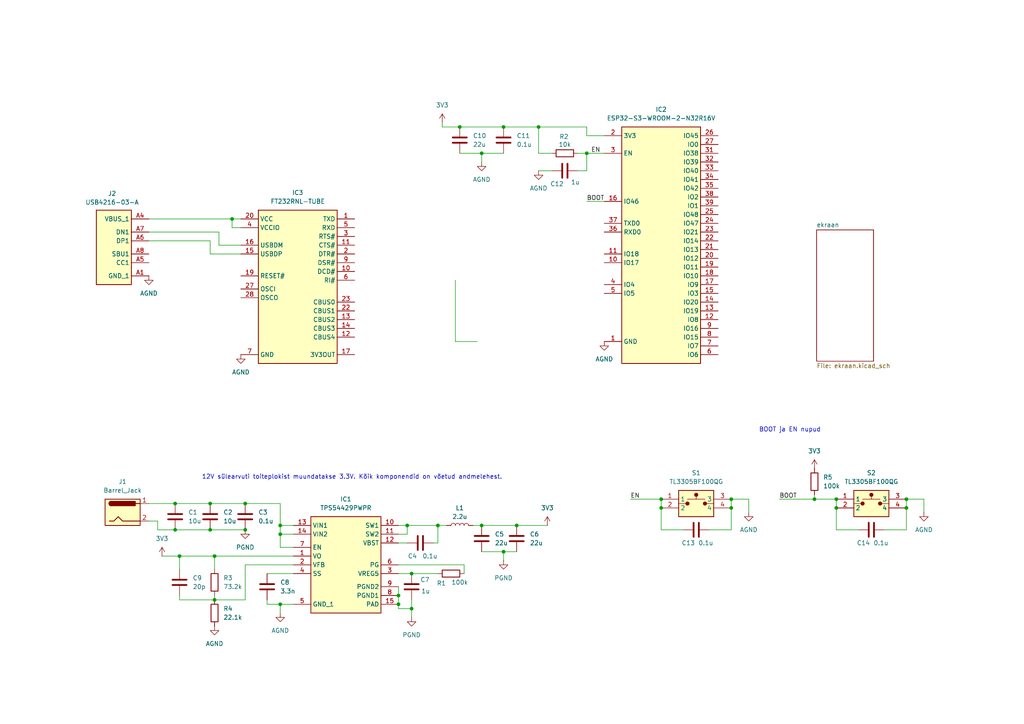
<source format=kicad_sch>
(kicad_sch (version 20250114) (generator "eeschema") (generator_version "9.0")
  (paper "A4")
  (lib_symbols
    (symbol "Connector:Barrel_Jack" (pin_names (offset 1.016))
      (property "Reference" "J" (at 0 5.334 0))
      (property "Value" "Barrel_Jack" (at 0 -5.08 0))
      (symbol "Barrel_Jack_0_1"
        (rectangle (start -5.08 3.81) (end 5.08 -3.81) (stroke (width 0.254)) (fill (type background)))
        (polyline (pts (xy -3.81 -2.54) (xy -2.54 -2.54) (xy -1.27 -1.27) (xy 0 -2.54) (xy 2.54 -2.54) (xy 5.08 -2.54)) (stroke (width 0.254)))
        (arc (start -3.302 1.905) (mid -3.9343 2.54) (end -3.302 3.175) (stroke (width 0.254)))
        (arc (start -3.302 1.905) (mid -3.9343 2.54) (end -3.302 3.175) (stroke (width 0.254)) (fill (type outline)))
        (rectangle (start 3.683 3.175) (end -3.302 1.905) (stroke (width 0.254)) (fill (type outline)))
        (polyline (pts (xy 5.08 2.54) (xy 3.81 2.54)) (stroke (width 0.254)))
      )
      (symbol "Barrel_Jack_1_1"
        (pin passive line (at 7.62 2.54 180) (length 2.54) (name "~") (number "1"))
        (pin passive line (at 7.62 -2.54 180) (length 2.54) (name "~") (number "2"))
      )
    )
    (symbol "Device:C" (pin_numbers (hide yes)) (pin_names (offset 0.254))
      (property "Reference" "C" (at 0.635 2.54 0))
      (property "Value" "C" (at 0.635 -2.54 0))
      (symbol "C_0_1"
        (polyline (pts (xy -2.032 0.762) (xy 2.032 0.762)) (stroke (width 0.508)))
        (polyline (pts (xy -2.032 -0.762) (xy 2.032 -0.762)) (stroke (width 0.508)))
      )
      (symbol "C_1_1"
        (pin passive line (at 0 3.81 270) (length 2.794) (name "~") (number "1"))
        (pin passive line (at 0 -3.81 90) (length 2.794) (name "~") (number "2"))
      )
    )
    (symbol "Device:L" (pin_numbers (hide yes)) (pin_names (offset 1.016) (hide yes))
      (property "Reference" "L" (at -1.27 0 90))
      (property "Value" "L" (at 1.905 0 90))
      (symbol "L_0_1"
        (arc (start 0 2.54) (mid 0.6323 1.905) (end 0 1.27))
        (arc (start 0 1.27) (mid 0.6323 0.635) (end 0 0))
        (arc (start 0 0) (mid 0.6323 -0.635) (end 0 -1.27))
        (arc (start 0 -1.27) (mid 0.6323 -1.905) (end 0 -2.54))
      )
      (symbol "L_1_1"
        (pin passive line (at 0 3.81 270) (length 1.27) (name "1") (number "1"))
        (pin passive line (at 0 -3.81 90) (length 1.27) (name "2") (number "2"))
      )
    )
    (symbol "Device:R" (pin_numbers (hide yes)) (pin_names (offset 0))
      (property "Reference" "R" (at 2.032 0 90))
      (property "Value" "R" (at 0 0 90))
      (symbol "R_0_1"
        (rectangle (start -1.016 -2.54) (end 1.016 2.54) (stroke (width 0.254)))
      )
      (symbol "R_1_1"
        (pin passive line (at 0 3.81 270) (length 1.27) (name "~") (number "1"))
        (pin passive line (at 0 -3.81 90) (length 1.27) (name "~") (number "2"))
      )
    )
    (symbol "ESP32-S3-WROOM-2-N32R16V:ESP32-S3-WROOM-2-N32R16V"
      (property "Reference" "IC2" (at 16.51 7.62 0))
      (property "Value" "ESP32-S3-WROOM-2-N32R16V" (at 16.51 5.08 0))
      (symbol "ESP32-S3-WROOM-2-N32R16V_1_1"
        (rectangle (start 5.08 2.54) (end 27.94 -66.04) (stroke (width 0.254)) (fill (type background)))
        (pin passive line (at 0 0 0) (length 5.08) (name "3V3") (number "2"))
        (pin passive line (at 0 -5.08 0) (length 5.08) (name "EN") (number "3"))
        (pin passive line (at 0 -19.05 0) (length 5.08) (name "IO46") (number "16"))
        (pin passive line (at 0 -25.4 0) (length 5.08) (name "TXD0") (number "37"))
        (pin passive line (at 0 -27.94 0) (length 5.08) (name "RXD0") (number "36"))
        (pin passive line (at 0 -34.29 0) (length 5.08) (name "IO18") (number "11"))
        (pin passive line (at 0 -36.83 0) (length 5.08) (name "IO17") (number "10"))
        (pin passive line (at 0 -43.18 0) (length 5.08) (name "IO4") (number "4"))
        (pin passive line (at 0 -45.72 0) (length 5.08) (name "IO5") (number "5"))
        (pin passive line (at 0 -59.69 0) (length 5.08) (name "GND") (number "1"))
        (pin passive line (at 0 -59.69 0) (length 5.08) (hide yes) (name "GND") (number "40"))
        (pin passive line (at 0 -59.69 0) (length 5.08) (hide yes) (name "GND") (number "41"))
        (pin passive line (at 0 -59.69 0) (length 5.08) (hide yes) (name "GND") (number "42"))
        (pin passive line (at 0 -59.69 0) (length 5.08) (hide yes) (name "GND") (number "43"))
        (pin passive line (at 0 -59.69 0) (length 5.08) (hide yes) (name "GND") (number "44"))
        (pin passive line (at 0 -59.69 0) (length 5.08) (hide yes) (name "GND") (number "45"))
        (pin passive line (at 0 -59.69 0) (length 5.08) (hide yes) (name "GND") (number "46"))
        (pin passive line (at 0 -59.69 0) (length 5.08) (hide yes) (name "GND") (number "47"))
        (pin passive line (at 0 -59.69 0) (length 5.08) (hide yes) (name "GND") (number "48"))
        (pin passive line (at 0 -59.69 0) (length 5.08) (hide yes) (name "GND") (number "49"))
        (pin passive line (at 0 -63.5 0) (length 5.08) (hide yes) (name "NC_1") (number "28"))
        (pin passive line (at 0 -63.5 0) (length 5.08) (hide yes) (name "NC_2") (number "29"))
        (pin passive line (at 0 -63.5 0) (length 5.08) (hide yes) (name "NC_3") (number "30"))
        (pin passive line (at 33.02 0 180) (length 5.08) (name "IO45") (number "26"))
        (pin passive line (at 33.02 -2.54 180) (length 5.08) (name "IO0") (number "27"))
        (pin passive line (at 33.02 -5.08 180) (length 5.08) (name "IO38") (number "31"))
        (pin passive line (at 33.02 -7.62 180) (length 5.08) (name "IO39") (number "32"))
        (pin passive line (at 33.02 -10.16 180) (length 5.08) (name "IO40") (number "33"))
        (pin passive line (at 33.02 -12.7 180) (length 5.08) (name "IO41") (number "34"))
        (pin passive line (at 33.02 -15.24 180) (length 5.08) (name "IO42") (number "35"))
        (pin passive line (at 33.02 -17.78 180) (length 5.08) (name "IO2") (number "38"))
        (pin passive line (at 33.02 -20.32 180) (length 5.08) (name "IO1") (number "39"))
        (pin passive line (at 33.02 -22.86 180) (length 5.08) (name "IO48") (number "25"))
        (pin passive line (at 33.02 -25.4 180) (length 5.08) (name "IO47") (number "24"))
        (pin passive line (at 33.02 -27.94 180) (length 5.08) (name "IO21") (number "23"))
        (pin passive line (at 33.02 -30.48 180) (length 5.08) (name "IO14") (number "22"))
        (pin passive line (at 33.02 -33.02 180) (length 5.08) (name "IO13") (number "21"))
        (pin passive line (at 33.02 -35.56 180) (length 5.08) (name "IO12") (number "20"))
        (pin passive line (at 33.02 -38.1 180) (length 5.08) (name "IO11") (number "19"))
        (pin passive line (at 33.02 -40.64 180) (length 5.08) (name "IO10") (number "18"))
        (pin passive line (at 33.02 -43.18 180) (length 5.08) (name "IO9") (number "17"))
        (pin passive line (at 33.02 -45.72 180) (length 5.08) (name "IO3") (number "15"))
        (pin passive line (at 33.02 -48.26 180) (length 5.08) (name "IO20") (number "14"))
        (pin passive line (at 33.02 -50.8 180) (length 5.08) (name "IO19") (number "13"))
        (pin passive line (at 33.02 -53.34 180) (length 5.08) (name "IO8") (number "12"))
        (pin passive line (at 33.02 -55.88 180) (length 5.08) (name "IO16") (number "9"))
        (pin passive line (at 33.02 -58.42 180) (length 5.08) (name "IO15") (number "8"))
        (pin passive line (at 33.02 -60.96 180) (length 5.08) (name "IO7") (number "7"))
        (pin passive line (at 33.02 -63.5 180) (length 5.08) (name "IO6") (number "6"))
      )
    )
    (symbol "FT232RNL-TUBE:FT232RNL-TUBE"
      (property "Reference" "IC3" (at 16.51 7.62 0))
      (property "Value" "FT232RNL-TUBE" (at 16.51 5.08 0))
      (symbol "FT232RNL-TUBE_1_1"
        (rectangle (start 5.08 2.54) (end 27.94 -41.91) (stroke (width 0.254)) (fill (type background)))
        (pin passive line (at 0 0 0) (length 5.08) (name "VCC") (number "20"))
        (pin passive line (at 0 -2.54 0) (length 5.08) (name "VCCIO") (number "4"))
        (pin passive line (at 0 -7.62 0) (length 5.08) (name "USBDM") (number "16"))
        (pin passive line (at 0 -10.16 0) (length 5.08) (name "USBDP") (number "15"))
        (pin passive line (at 0 -16.51 0) (length 5.08) (name "RESET#") (number "19"))
        (pin passive line (at 0 -20.32 0) (length 5.08) (name "OSCI") (number "27"))
        (pin passive line (at 0 -22.86 0) (length 5.08) (name "OSCO") (number "28"))
        (pin passive line (at 0 -35.56 0) (length 5.08) (hide yes) (name "NC_2") (number "24"))
        (pin passive line (at 0 -35.56 0) (length 5.08) (hide yes) (name "NC_1") (number "8"))
        (pin passive line (at 0 -39.37 0) (length 5.08) (hide yes) (name "GND_2") (number "18"))
        (pin passive line (at 0 -39.37 0) (length 5.08) (hide yes) (name "GND_3") (number "21"))
        (pin passive line (at 0 -39.37 0) (length 5.08) (hide yes) (name "AGND") (number "25"))
        (pin passive line (at 0 -39.37 0) (length 5.08) (name "GND") (number "7"))
        (pin passive line (at 1.27 -39.37 0) (length 5.08) (hide yes) (name "TEST") (number "26"))
        (pin passive line (at 33.02 0 180) (length 5.08) (name "TXD") (number "1"))
        (pin passive line (at 33.02 -2.54 180) (length 5.08) (name "RXD") (number "5"))
        (pin passive line (at 33.02 -5.08 180) (length 5.08) (name "RTS#") (number "3"))
        (pin passive line (at 33.02 -7.62 180) (length 5.08) (name "CTS#") (number "11"))
        (pin passive line (at 33.02 -10.16 180) (length 5.08) (name "DTR#") (number "2"))
        (pin passive line (at 33.02 -12.7 180) (length 5.08) (name "DSR#") (number "9"))
        (pin passive line (at 33.02 -15.24 180) (length 5.08) (name "DCD#") (number "10"))
        (pin passive line (at 33.02 -17.78 180) (length 5.08) (name "RI#") (number "6"))
        (pin passive line (at 33.02 -24.13 180) (length 5.08) (name "CBUS0") (number "23"))
        (pin passive line (at 33.02 -26.67 180) (length 5.08) (name "CBUS1") (number "22"))
        (pin passive line (at 33.02 -29.21 180) (length 5.08) (name "CBUS2") (number "13"))
        (pin passive line (at 33.02 -31.75 180) (length 5.08) (name "CBUS3") (number "14"))
        (pin passive line (at 33.02 -34.29 180) (length 5.08) (name "CBUS4") (number "12"))
        (pin passive line (at 33.02 -39.37 180) (length 5.08) (name "3V3OUT") (number "17"))
      )
    )
    (symbol "TL3305BF100QG:TL3305BF100QG"
      (property "Reference" "S1" (at 10.16 7.62 0))
      (property "Value" "TL3305BF100QG" (at 10.16 5.08 0))
      (symbol "TL3305BF100QG_0_1"
        (polyline (pts (xy 5.08 -1.27) (xy 7.62 -1.27)))
        (polyline (pts (xy 7.62 0) (xy 12.7 0)))
        (polyline (pts (xy 10.16 0) (xy 10.16 1.27)))
        (polyline (pts (xy 15.24 -1.27) (xy 12.7 -1.27)))
      )
      (symbol "TL3305BF100QG_1_1"
        (rectangle (start 5.08 2.54) (end 15.24 -5.08) (stroke (width 0.254)) (fill (type background)))
        (circle (center 7.62 -1.27) (radius 0.5) (fill (type outline)))
        (circle (center 10.16 1.27) (radius 0.5) (fill (type outline)))
        (circle (center 12.7 -1.27) (radius 0.5) (fill (type outline)))
        (pin passive line (at 0 0 0) (length 5.08) (name "1") (number "1"))
        (pin passive line (at 0 -2.54 0) (length 5.08) (name "2") (number "2"))
        (pin passive line (at 20.32 0 180) (length 5.08) (name "3") (number "3"))
        (pin passive line (at 20.32 -2.54 180) (length 5.08) (name "4") (number "4"))
      )
    )
    (symbol "TPS54429PWPR:TPS54429PWPR"
      (property "Reference" "IC1" (at 15.24 7.62 0))
      (property "Value" "TPS54429PWPR" (at 15.24 5.08 0))
      (symbol "TPS54429PWPR_1_1"
        (rectangle (start 5.08 2.54) (end 25.4 -25.4) (stroke (width 0.254)) (fill (type background)))
        (pin passive line (at 0 0 0) (length 5.08) (name "VIN1") (number "13"))
        (pin passive line (at 0 -2.54 0) (length 5.08) (name "VIN2") (number "14"))
        (pin passive line (at 0 -6.35 0) (length 5.08) (name "EN") (number "7"))
        (pin passive line (at 0 -8.89 0) (length 5.08) (name "VO") (number "1"))
        (pin passive line (at 0 -11.43 0) (length 5.08) (name "VFB") (number "2"))
        (pin passive line (at 0 -13.97 0) (length 5.08) (name "SS") (number "4"))
        (pin passive line (at 0 -22.86 0) (length 5.08) (name "GND_1") (number "5"))
        (pin passive line (at 30.48 0 180) (length 5.08) (name "SW1") (number "10"))
        (pin passive line (at 30.48 -2.54 180) (length 5.08) (name "SW2") (number "11"))
        (pin passive line (at 30.48 -5.08 180) (length 5.08) (name "VBST") (number "12"))
        (pin passive line (at 30.48 -11.43 180) (length 5.08) (name "PG") (number "6"))
        (pin passive line (at 30.48 -13.97 180) (length 5.08) (name "VREG5") (number "3"))
        (pin passive line (at 30.48 -17.78 180) (length 5.08) (name "PGND2") (number "9"))
        (pin passive line (at 30.48 -20.32 180) (length 5.08) (name "PGND1") (number "8"))
        (pin passive line (at 30.48 -22.86 180) (length 5.08) (name "PAD") (number "15"))
      )
    )
    (symbol "USB4216-03-A:USB4216-03-A"
      (property "Reference" "J2" (at 22.352 7.366 0))
      (property "Value" "USB4216-03-A" (at 22.352 4.826 0))
      (symbol "USB4216-03-A_1_1"
        (rectangle (start 17.78 2.54) (end 27.94 -19.05) (stroke (width 0.254)) (fill (type background)))
        (pin passive line (at 33.02 0 180) (length 5.08) (name "VBUS_1") (number "A4"))
        (pin passive line (at 33.02 0 180) (length 5.08) (hide yes) (name "VBUS_2") (number "B4"))
        (pin passive line (at 33.02 -3.81 180) (length 5.08) (name "DN1") (number "A7"))
        (pin passive line (at 33.02 -3.81 180) (length 5.08) (hide yes) (name "DN2") (number "B7"))
        (pin passive line (at 33.02 -6.35 180) (length 5.08) (name "DP1") (number "A6"))
        (pin passive line (at 33.02 -6.35 180) (length 5.08) (hide yes) (name "DP2") (number "B6"))
        (pin passive line (at 33.02 -10.16 180) (length 5.08) (name "SBU1") (number "A8"))
        (pin passive line (at 33.02 -10.16 180) (length 5.08) (hide yes) (name "SBU2") (number "B8"))
        (pin passive line (at 33.02 -12.7 180) (length 5.08) (name "CC1") (number "A5"))
        (pin passive line (at 33.02 -12.7 180) (length 5.08) (hide yes) (name "CC2") (number "B5"))
        (pin passive line (at 33.02 -16.51 180) (length 5.08) (name "GND_1") (number "A1"))
        (pin passive line (at 33.02 -16.51 180) (length 5.08) (hide yes) (name "GND_2") (number "B1"))
        (pin passive line (at 33.02 -16.51 180) (length 5.08) (hide yes) (name "GND_3") (number "G1"))
        (pin passive line (at 33.02 -16.51 180) (length 5.08) (hide yes) (name "GND_4") (number "G2"))
        (pin passive line (at 33.02 -16.51 180) (length 5.08) (hide yes) (name "GND_5") (number "G3"))
        (pin passive line (at 33.02 -16.51 180) (length 5.08) (hide yes) (name "GND_6") (number "G4"))
      )
    )
    (symbol "power:GND" (power) (pin_numbers (hide yes)) (pin_names (offset 0) (hide yes))
      (property "Value" "GND" (at 0 -3.81 0))
      (symbol "GND_0_1"
        (polyline (pts (xy 0 0) (xy 0 -1.27) (xy 1.27 -1.27) (xy 0 -2.54) (xy -1.27 -1.27) (xy 0 -1.27)))
      )
      (symbol "GND_1_1"
        (pin power_in line (at 0 0 270) (length 0) (name "~") (number "1"))
      )
    )
    (symbol "power:VCC" (power) (pin_numbers (hide yes)) (pin_names (offset 0) (hide yes))
      (property "Value" "VCC" (at 0 3.556 0))
      (symbol "VCC_0_1"
        (polyline (pts (xy -0.762 1.27) (xy 0 2.54)))
        (polyline (pts (xy 0 2.54) (xy 0.762 1.27)))
        (polyline (pts (xy 0 0) (xy 0 2.54)))
      )
      (symbol "VCC_1_1"
        (pin power_in line (at 0 0 90) (length 0) (name "~") (number "1"))
      )
    )
  )
  (text "BOOT ja EN nupud" (at 229.108 124.714 0) (effects (font (size 1.27 1.27))))
  (text "12V sülearvuti toiteplokist muundatakse 3.3V. Kõik komponendid on võetud andmelehest." (at 102.108 138.43 0) (effects (font (size 1.27 1.27))))
  (junction (at 156.21 36.83))
  (junction (at 81.28 154.94))
  (junction (at 146.05 36.83))
  (junction (at 119.38 176.53))
  (junction (at 242.57 144.78))
  (junction (at 119.38 166.37))
  (junction (at 146.05 160.02))
  (junction (at 139.7 44.45))
  (junction (at 115.57 175.26))
  (junction (at 50.8 153.67))
  (junction (at 71.12 146.05))
  (junction (at 50.8 146.05))
  (junction (at 52.07 161.29))
  (junction (at 62.23 161.29))
  (junction (at 60.96 153.67))
  (junction (at 81.28 175.26))
  (junction (at 62.23 173.99))
  (junction (at 212.09 144.78))
  (junction (at 139.7 152.4))
  (junction (at 71.12 153.67))
  (junction (at 133.35 36.83))
  (junction (at 60.96 146.05))
  (junction (at 170.18 44.45))
  (junction (at 236.22 144.78))
  (junction (at 191.77 144.78))
  (junction (at 191.77 147.32))
  (junction (at 115.57 172.72))
  (junction (at 262.89 147.32))
  (junction (at 127 152.4))
  (junction (at 81.28 152.4))
  (junction (at 262.89 144.78))
  (junction (at 212.09 147.32))
  (junction (at 118.11 152.4))
  (junction (at 149.86 152.4))
  (junction (at 67.31 63.5))
  (junction (at 242.57 147.32))
  (wire (pts (xy 167.64 44.45) (xy 170.18 44.45)))
  (wire (pts (xy 160.02 44.45) (xy 156.21 44.45)))
  (wire (pts (xy 71.12 163.83) (xy 85.09 163.83)))
  (wire (pts (xy 139.7 160.02) (xy 146.05 160.02)))
  (wire (pts (xy 170.18 44.45) (xy 170.18 49.53)))
  (wire (pts (xy 242.57 153.67) (xy 248.92 153.67)))
  (wire (pts (xy 119.38 173.99) (xy 119.38 176.53)))
  (wire (pts (xy 170.18 58.42) (xy 175.26 58.42)))
  (wire (pts (xy 127 157.48) (xy 127 152.4)))
  (wire (pts (xy 170.18 39.37) (xy 175.26 39.37)))
  (wire (pts (xy 50.8 146.05) (xy 60.96 146.05)))
  (wire (pts (xy 43.18 63.5) (xy 67.31 63.5)))
  (wire (pts (xy 170.18 36.83) (xy 170.18 39.37)))
  (wire (pts (xy 81.28 152.4) (xy 81.28 154.94)))
  (wire (pts (xy 119.38 179.07) (xy 119.38 176.53)))
  (wire (pts (xy 139.7 44.45) (xy 146.05 44.45)))
  (wire (pts (xy 52.07 173.99) (xy 62.23 173.99)))
  (wire (pts (xy 43.18 146.05) (xy 50.8 146.05)))
  (wire (pts (xy 139.7 152.4) (xy 149.86 152.4)))
  (wire (pts (xy 256.54 153.67) (xy 262.89 153.67)))
  (wire (pts (xy 45.72 151.13) (xy 45.72 153.67)))
  (wire (pts (xy 146.05 36.83) (xy 156.21 36.83)))
  (wire (pts (xy 115.57 163.83) (xy 134.62 163.83)))
  (wire (pts (xy 81.28 158.75) (xy 85.09 158.75)))
  (wire (pts (xy 170.18 49.53) (xy 167.64 49.53)))
  (wire (pts (xy 81.28 154.94) (xy 81.28 158.75)))
  (wire (pts (xy 236.22 143.51) (xy 236.22 144.78)))
  (wire (pts (xy 115.57 172.72) (xy 115.57 175.26)))
  (wire (pts (xy 77.47 173.99) (xy 77.47 175.26)))
  (wire (pts (xy 67.31 63.5) (xy 69.85 63.5)))
  (wire (pts (xy 149.86 152.4) (xy 158.75 152.4)))
  (wire (pts (xy 46.99 161.29) (xy 52.07 161.29)))
  (wire (pts (xy 267.97 144.78) (xy 267.97 148.59)))
  (wire (pts (xy 115.57 170.18) (xy 115.57 172.72)))
  (wire (pts (xy 191.77 147.32) (xy 191.77 153.67)))
  (wire (pts (xy 52.07 172.72) (xy 52.07 173.99)))
  (wire (pts (xy 146.05 160.02) (xy 146.05 162.56)))
  (wire (pts (xy 77.47 166.37) (xy 85.09 166.37)))
  (wire (pts (xy 133.35 44.45) (xy 139.7 44.45)))
  (wire (pts (xy 115.57 152.4) (xy 118.11 152.4)))
  (wire (pts (xy 242.57 147.32) (xy 242.57 153.67)))
  (wire (pts (xy 132.08 81.28) (xy 132.08 99.06)))
  (wire (pts (xy 128.27 35.56) (xy 128.27 36.83)))
  (wire (pts (xy 43.18 69.85) (xy 60.96 69.85)))
  (wire (pts (xy 71.12 146.05) (xy 81.28 146.05)))
  (wire (pts (xy 137.16 152.4) (xy 139.7 152.4)))
  (wire (pts (xy 52.07 165.1) (xy 52.07 161.29)))
  (wire (pts (xy 81.28 152.4) (xy 85.09 152.4)))
  (wire (pts (xy 85.09 161.29) (xy 62.23 161.29)))
  (wire (pts (xy 191.77 153.67) (xy 198.12 153.67)))
  (wire (pts (xy 134.62 163.83) (xy 134.62 166.37)))
  (wire (pts (xy 156.21 36.83) (xy 170.18 36.83)))
  (wire (pts (xy 63.5 71.12) (xy 69.85 71.12)))
  (wire (pts (xy 242.57 144.78) (xy 242.57 147.32)))
  (wire (pts (xy 262.89 153.67) (xy 262.89 147.32)))
  (wire (pts (xy 170.18 44.45) (xy 175.26 44.45)))
  (wire (pts (xy 262.89 147.32) (xy 262.89 144.78)))
  (wire (pts (xy 212.09 147.32) (xy 212.09 144.78)))
  (wire (pts (xy 182.88 144.78) (xy 191.77 144.78)))
  (wire (pts (xy 118.11 152.4) (xy 127 152.4)))
  (wire (pts (xy 146.05 160.02) (xy 149.86 160.02)))
  (wire (pts (xy 50.8 153.67) (xy 60.96 153.67)))
  (wire (pts (xy 132.08 99.06) (xy 138.43 99.06)))
  (wire (pts (xy 81.28 154.94) (xy 85.09 154.94)))
  (wire (pts (xy 115.57 175.26) (xy 115.57 176.53)))
  (wire (pts (xy 217.17 144.78) (xy 217.17 148.59)))
  (wire (pts (xy 115.57 176.53) (xy 119.38 176.53)))
  (wire (pts (xy 69.85 66.04) (xy 67.31 66.04)))
  (wire (pts (xy 60.96 73.66) (xy 69.85 73.66)))
  (wire (pts (xy 81.28 175.26) (xy 85.09 175.26)))
  (wire (pts (xy 67.31 63.5) (xy 67.31 66.04)))
  (wire (pts (xy 236.22 144.78) (xy 242.57 144.78)))
  (wire (pts (xy 62.23 173.99) (xy 71.12 173.99)))
  (wire (pts (xy 77.47 175.26) (xy 81.28 175.26)))
  (wire (pts (xy 52.07 161.29) (xy 62.23 161.29)))
  (wire (pts (xy 62.23 161.29) (xy 62.23 165.1)))
  (wire (pts (xy 119.38 166.37) (xy 127 166.37)))
  (wire (pts (xy 212.09 153.67) (xy 212.09 147.32)))
  (wire (pts (xy 226.06 144.78) (xy 236.22 144.78)))
  (wire (pts (xy 81.28 152.4) (xy 81.28 146.05)))
  (wire (pts (xy 43.18 151.13) (xy 45.72 151.13)))
  (wire (pts (xy 127 152.4) (xy 129.54 152.4)))
  (wire (pts (xy 115.57 154.94) (xy 118.11 154.94)))
  (wire (pts (xy 60.96 153.67) (xy 71.12 153.67)))
  (wire (pts (xy 43.18 67.31) (xy 63.5 67.31)))
  (wire (pts (xy 262.89 144.78) (xy 267.97 144.78)))
  (wire (pts (xy 115.57 166.37) (xy 119.38 166.37)))
  (wire (pts (xy 81.28 175.26) (xy 81.28 177.8)))
  (wire (pts (xy 156.21 44.45) (xy 156.21 36.83)))
  (wire (pts (xy 115.57 157.48) (xy 118.11 157.48)))
  (wire (pts (xy 125.73 157.48) (xy 127 157.48)))
  (wire (pts (xy 62.23 173.99) (xy 62.23 172.72)))
  (wire (pts (xy 212.09 144.78) (xy 217.17 144.78)))
  (wire (pts (xy 191.77 144.78) (xy 191.77 147.32)))
  (wire (pts (xy 45.72 153.67) (xy 50.8 153.67)))
  (wire (pts (xy 118.11 152.4) (xy 118.11 154.94)))
  (wire (pts (xy 205.74 153.67) (xy 212.09 153.67)))
  (wire (pts (xy 60.96 69.85) (xy 60.96 73.66)))
  (wire (pts (xy 128.27 36.83) (xy 133.35 36.83)))
  (wire (pts (xy 60.96 146.05) (xy 71.12 146.05)))
  (wire (pts (xy 71.12 173.99) (xy 71.12 163.83)))
  (wire (pts (xy 139.7 44.45) (xy 139.7 46.99)))
  (wire (pts (xy 156.21 49.53) (xy 160.02 49.53)))
  (wire (pts (xy 63.5 67.31) (xy 63.5 71.12)))
  (wire (pts (xy 133.35 36.83) (xy 146.05 36.83)))
  (label "BOOT" (at 226.06 144.78 0))
  (label "EN" (at 171.45 44.45 0))
  (label "BOOT" (at 170.18 58.42 0))
  (label "EN" (at 182.88 144.78 0))
  (symbol (lib_id "Device:C") (at 133.35 40.64 0) (unit 1)
    (property "Reference" "C10" (at 137.16 39.3699 0) (effects (justify left)))
    (property "Value" "22u" (at 137.16 41.9099 0) (effects (justify left)))
    (property "Description" "Unpolarized capacitor" (effects (hide yes)))
  )
  (symbol (lib_id "power:VCC") (at 158.75 152.4 0) (unit 1)
    (property "Reference" "#PWR03" (effects (hide yes)))
    (property "Value" "3V3" (at 158.75 147.32 0))
    (property "Description" "Power symbol creates a global label with name \"VCC\"" (effects (hide yes)))
  )
  (symbol (lib_id "TPS54429PWPR:TPS54429PWPR") (at 85.09 152.4 0) (unit 1)
    (property "Reference" "IC1" (at 100.33 144.78 0))
    (property "Value" "TPS54429PWPR" (at 100.33 147.32 0))
    (property "Footprint" "SOP65P640X120-15N" (effects (hide yes)))
    (property "Datasheet" "http://www.ti.com/lit/gpn/tps54429" (effects (hide yes)))
    (property "Description" "7V to 18V Input, 4.5A Synchronous Step-Down DCAP2 Mode Converter" (effects (hide yes)))
    (property "Height" "1.2" (effects (hide yes)))
    (property "Mouser Part Number" "595-TPS54429PWPR" (effects (hide yes)))
    (property "Mouser Price/Stock" "https://www.mouser.co.uk/ProductDetail/Texas-Instruments/TPS54429PWPR?qs=QtI0yD1FyONGxDVqigl07Q%3D%3D" (effects (hide yes)))
    (property "Manufacturer_Name" "Texas Instruments" (effects (hide yes)))
    (property "Manufacturer_Part_Number" "TPS54429PWPR" (effects (hide yes)))
  )
  (symbol (lib_id "TL3305BF100QG:TL3305BF100QG") (at 242.57 144.78 0) (unit 1)
    (property "Reference" "S2" (at 252.73 137.16 0))
    (property "Value" "TL3305BF100QG" (at 252.73 139.7 0))
    (property "Footprint" "TL3305BF160QG" (effects (hide yes)))
    (property "Datasheet" "https://configured-product-images.s3.amazonaws.com/2D/specs/TL3305BF100QG.pdf" (effects (hide yes)))
    (property "Description" "TACT, 50mA, 12VDC SPST-NO, Off-(On) Surface Mount" (effects (hide yes)))
    (property "Mouser Part Number" "612-TL3305BF100QG" (effects (hide yes)))
    (property "Mouser Price/Stock" "https://www.mouser.co.uk/ProductDetail/E-Switch/TL3305BF100QG?qs=IKkN%2F947nfDIPwqPQja%252BvQ%3D%3D" (effects (hide yes)))
    (property "Manufacturer_Name" "E-Switch" (effects (hide yes)))
    (property "Manufacturer_Part_Number" "TL3305BF100QG" (effects (hide yes)))
  )
  (symbol (lib_id "power:GND") (at 267.97 148.59 0) (unit 1)
    (property "Reference" "#PWR013" (effects (hide yes)))
    (property "Value" "AGND" (at 267.97 153.67 0))
    (property "Description" "Power symbol creates a global label with name \"GND\" , ground" (effects (hide yes)))
  )
  (symbol (lib_id "Device:C") (at 60.96 149.86 0) (unit 1)
    (property "Reference" "C2" (at 64.77 148.5899 0) (effects (justify left)))
    (property "Value" "10u" (at 64.77 151.1299 0) (effects (justify left)))
    (property "Description" "Unpolarized capacitor" (effects (hide yes)))
  )
  (symbol (lib_id "Device:C") (at 119.38 170.18 0) (unit 1)
    (property "Reference" "C7" (at 121.92 168.148 0) (effects (justify left)))
    (property "Value" "1u" (at 122.174 171.45 0) (effects (justify left)))
    (property "Description" "Unpolarized capacitor" (effects (hide yes)))
  )
  (symbol (lib_id "Device:R") (at 236.22 139.7 0) (unit 1)
    (property "Reference" "R5" (at 238.76 138.4299 0) (effects (justify left)))
    (property "Value" "100k" (at 238.76 140.9699 0) (effects (justify left)))
    (property "Description" "Resistor" (effects (hide yes)))
  )
  (symbol (lib_id "power:GND") (at 71.12 153.67 0) (unit 1)
    (property "Reference" "#PWR01" (effects (hide yes)))
    (property "Value" "PGND" (at 71.12 158.75 0))
    (property "Description" "Power symbol creates a global label with name \"GND\" , ground" (effects (hide yes)))
  )
  (symbol (lib_id "Device:C") (at 149.86 156.21 0) (unit 1)
    (property "Reference" "C6" (at 153.67 154.9399 0) (effects (justify left)))
    (property "Value" "22u" (at 153.67 157.4799 0) (effects (justify left)))
    (property "Description" "Unpolarized capacitor" (effects (hide yes)))
  )
  (symbol (lib_id "Device:C") (at 146.05 40.64 0) (unit 1)
    (property "Reference" "C11" (at 149.86 39.3699 0) (effects (justify left)))
    (property "Value" "0.1u" (at 149.86 41.9099 0) (effects (justify left)))
    (property "Description" "Unpolarized capacitor" (effects (hide yes)))
  )
  (symbol (lib_id "Device:C") (at 77.47 170.18 0) (unit 1)
    (property "Reference" "C8" (at 81.28 168.9099 0) (effects (justify left)))
    (property "Value" "3.3n" (at 81.28 171.4499 0) (effects (justify left)))
    (property "Description" "Unpolarized capacitor" (effects (hide yes)))
  )
  (symbol (lib_id "power:GND") (at 217.17 148.59 0) (unit 1)
    (property "Reference" "#PWR012" (effects (hide yes)))
    (property "Value" "AGND" (at 217.17 153.67 0))
    (property "Description" "Power symbol creates a global label with name \"GND\" , ground" (effects (hide yes)))
  )
  (symbol (lib_id "Device:C") (at 71.12 149.86 0) (unit 1)
    (property "Reference" "C3" (at 74.93 148.5899 0) (effects (justify left)))
    (property "Value" "0.1u" (at 74.93 151.1299 0) (effects (justify left)))
    (property "Description" "Unpolarized capacitor" (effects (hide yes)))
  )
  (symbol (lib_id "Device:C") (at 50.8 149.86 0) (unit 1)
    (property "Reference" "C1" (at 54.61 148.5899 0) (effects (justify left)))
    (property "Value" "10u" (at 54.61 151.1299 0) (effects (justify left)))
    (property "Description" "Unpolarized capacitor" (effects (hide yes)))
  )
  (symbol (lib_id "Device:C") (at 163.83 49.53 90) (unit 1)
    (property "Reference" "C12" (at 161.544 53.34 90))
    (property "Value" "1u" (at 166.878 52.832 90))
    (property "Description" "Unpolarized capacitor" (effects (hide yes)))
  )
  (symbol (lib_id "power:GND") (at 69.85 102.87 0) (unit 1)
    (property "Reference" "#PWR015" (effects (hide yes)))
    (property "Value" "AGND" (at 69.85 107.95 0))
    (property "Description" "Power symbol creates a global label with name \"GND\" , ground" (effects (hide yes)))
  )
  (symbol (lib_id "TL3305BF100QG:TL3305BF100QG") (at 191.77 144.78 0) (unit 1)
    (property "Reference" "S1" (at 201.93 137.16 0))
    (property "Value" "TL3305BF100QG" (at 201.93 139.7 0))
    (property "Footprint" "TL3305BF160QG" (effects (hide yes)))
    (property "Datasheet" "https://configured-product-images.s3.amazonaws.com/2D/specs/TL3305BF100QG.pdf" (effects (hide yes)))
    (property "Description" "TACT, 50mA, 12VDC SPST-NO, Off-(On) Surface Mount" (effects (hide yes)))
    (property "Mouser Part Number" "612-TL3305BF100QG" (effects (hide yes)))
    (property "Mouser Price/Stock" "https://www.mouser.co.uk/ProductDetail/E-Switch/TL3305BF100QG?qs=IKkN%2F947nfDIPwqPQja%252BvQ%3D%3D" (effects (hide yes)))
    (property "Manufacturer_Name" "E-Switch" (effects (hide yes)))
    (property "Manufacturer_Part_Number" "TL3305BF100QG" (effects (hide yes)))
  )
  (symbol (lib_id "Device:C") (at 201.93 153.67 90) (unit 1)
    (property "Reference" "C13" (at 199.644 157.48 90))
    (property "Value" "0.1u" (at 204.724 157.48 90))
    (property "Description" "Unpolarized capacitor" (effects (hide yes)))
  )
  (symbol (lib_id "Device:C") (at 52.07 168.91 0) (unit 1)
    (property "Reference" "C9" (at 55.88 167.6399 0) (effects (justify left)))
    (property "Value" "20p" (at 55.88 170.1799 0) (effects (justify left)))
    (property "Description" "Unpolarized capacitor" (effects (hide yes)))
  )
  (symbol (lib_id "power:VCC") (at 236.22 135.89 0) (unit 1)
    (property "Reference" "#PWR014" (effects (hide yes)))
    (property "Value" "3V3" (at 236.22 130.81 0))
    (property "Description" "Power symbol creates a global label with name \"VCC\"" (effects (hide yes)))
  )
  (symbol (lib_id "power:GND") (at 43.18 80.01 0) (unit 1)
    (property "Reference" "#PWR016" (effects (hide yes)))
    (property "Value" "AGND" (at 43.18 85.09 0))
    (property "Description" "Power symbol creates a global label with name \"GND\" , ground" (effects (hide yes)))
  )
  (symbol (lib_id "power:VCC") (at 128.27 35.56 0) (unit 1)
    (property "Reference" "#PWR06" (effects (hide yes)))
    (property "Value" "3V3" (at 128.27 30.48 0))
    (property "Description" "Power symbol creates a global label with name \"VCC\"" (effects (hide yes)))
  )
  (symbol (lib_id "Device:R") (at 130.81 166.37 90) (unit 1)
    (property "Reference" "R1" (at 128.016 169.164 90))
    (property "Value" "100k" (at 133.35 168.91 90))
    (property "Description" "Resistor" (effects (hide yes)))
  )
  (symbol (lib_id "Device:R") (at 62.23 168.91 0) (unit 1)
    (property "Reference" "R3" (at 64.77 167.6399 0) (effects (justify left)))
    (property "Value" "73.2k" (at 64.77 170.1799 0) (effects (justify left)))
    (property "Description" "Resistor" (effects (hide yes)))
  )
  (symbol (lib_id "power:GND") (at 146.05 162.56 0) (unit 1)
    (property "Reference" "#PWR02" (effects (hide yes)))
    (property "Value" "PGND" (at 146.05 167.64 0))
    (property "Description" "Power symbol creates a global label with name \"GND\" , ground" (effects (hide yes)))
  )
  (symbol (lib_id "ESP32-S3-WROOM-2-N32R16V:ESP32-S3-WROOM-2-N32R16V") (at 175.26 39.37 0) (unit 1)
    (property "Reference" "IC2" (at 191.77 31.75 0))
    (property "Value" "ESP32-S3-WROOM-2-N32R16V" (at 191.77 34.29 0))
    (property "Footprint" "ESP32S3WROOM2N32R16V" (effects (hide yes)))
    (property "Datasheet" "https://www.digikey.in/en/products/detail/espressif-systems/ESP32-S3-WROOM-2-N32R16V/25811280" (effects (hide yes)))
    (property "Description" "Bluetooth, WiFi 802.11b/g/n, Bluetooth v5.0 Transceiver Module 2.4GHz PCB Trace Surface Mount" (effects (hide yes)))
    (property "Height" "3.25" (effects (hide yes)))
    (property "Mouser Part Number" "356-SP32S3WM2N32R16V" (effects (hide yes)))
    (property "Mouser Price/Stock" "https://www.mouser.co.uk/ProductDetail/Espressif-Systems/ESP32-S3-WROOM-2-N32R16V?qs=%252BHhoWzUJg4Kf%2FwmS40wg%252BQ%3D%3D" (effects (hide yes)))
    (property "Manufacturer_Name" "Espressif Systems" (effects (hide yes)))
    (property "Manufacturer_Part_Number" "ESP32-S3-WROOM-2-N32R16V" (effects (hide yes)))
  )
  (symbol (lib_id "power:GND") (at 175.26 99.06 0) (unit 1)
    (property "Reference" "#PWR09" (effects (hide yes)))
    (property "Value" "AGND" (at 175.26 104.14 0))
    (property "Description" "Power symbol creates a global label with name \"GND\" , ground" (effects (hide yes)))
  )
  (symbol (lib_id "Device:C") (at 252.73 153.67 90) (unit 1)
    (property "Reference" "C14" (at 250.444 157.48 90))
    (property "Value" "0.1u" (at 255.524 157.48 90))
    (property "Description" "Unpolarized capacitor" (effects (hide yes)))
  )
  (symbol (lib_id "Device:L") (at 133.35 152.4 90) (unit 1)
    (property "Reference" "L1" (at 133.35 147.32 90))
    (property "Value" "2.2u" (at 133.35 149.86 90))
    (property "Description" "Inductor" (effects (hide yes)))
  )
  (symbol (lib_id "power:GND") (at 62.23 181.61 0) (unit 1)
    (property "Reference" "#PWR07" (effects (hide yes)))
    (property "Value" "AGND" (at 62.23 186.69 0))
    (property "Description" "Power symbol creates a global label with name \"GND\" , ground" (effects (hide yes)))
  )
  (symbol (lib_id "power:GND") (at 81.28 177.8 0) (unit 1)
    (property "Reference" "#PWR05" (effects (hide yes)))
    (property "Value" "AGND" (at 81.28 182.88 0))
    (property "Description" "Power symbol creates a global label with name \"GND\" , ground" (effects (hide yes)))
  )
  (symbol (lib_id "Device:R") (at 163.83 44.45 90) (unit 1)
    (property "Reference" "R2" (at 163.576 39.624 90))
    (property "Value" "10k" (at 163.83 41.91 90))
    (property "Description" "Resistor" (effects (hide yes)))
  )
  (symbol (lib_id "USB4216-03-A:USB4216-03-A") (at 10.16 63.5 0) (unit 1)
    (property "Reference" "J2" (at 32.512 56.134 0))
    (property "Value" "USB4216-03-A" (at 32.512 58.674 0))
    (property "Footprint" "USB421603A" (effects (hide yes)))
    (property "Description" "USB Connectors USB C Receptacle, Short Body, USB2.0, 16Pin, Horizontal, SMT" (effects (hide yes)))
    (property "Manufacturer_Name" "GCT (GLOBAL CONNECTOR TECHNOLOGY)" (effects (hide yes)))
    (property "Manufacturer_Part_Number" "USB4216-03-A" (effects (hide yes)))
  )
  (symbol (lib_id "power:GND") (at 119.38 179.07 0) (unit 1)
    (property "Reference" "#PWR04" (effects (hide yes)))
    (property "Value" "PGND" (at 119.38 184.15 0))
    (property "Description" "Power symbol creates a global label with name \"GND\" , ground" (effects (hide yes)))
  )
  (symbol (lib_id "Device:C") (at 121.92 157.48 90) (unit 1)
    (property "Reference" "C4" (at 119.634 161.29 90))
    (property "Value" "0.1u" (at 124.714 161.29 90))
    (property "Description" "Unpolarized capacitor" (effects (hide yes)))
  )
  (symbol (lib_id "FT232RNL-TUBE:FT232RNL-TUBE") (at 69.85 63.5 0) (unit 1)
    (property "Reference" "IC3" (at 86.36 55.88 0))
    (property "Value" "FT232RNL-TUBE" (at 86.36 58.42 0))
    (property "Footprint" "SOP65P780X200-28N" (effects (hide yes)))
    (property "Datasheet" "https://ftdichip.com/wp-content/uploads/2023/03/DS_FT232RN.pdf" (effects (hide yes)))
    (property "Description" "USB Interface IC USB Full Speed to Serial UART IC, Includes Oscillator and EEPROM, SSOP-28" (effects (hide yes)))
    (property "Height" "2" (effects (hide yes)))
    (property "Mouser Part Number" "895-FT232RNL-TUBE" (effects (hide yes)))
    (property "Mouser Price/Stock" "https://www.mouser.co.uk/ProductDetail/FTDI/FT232RNL-TUBE?qs=By6Nw2ByBD3n6DWgWW3egA%3D%3D" (effects (hide yes)))
    (property "Manufacturer_Name" "FTDI Chip" (effects (hide yes)))
    (property "Manufacturer_Part_Number" "FT232RNL-TUBE" (effects (hide yes)))
  )
  (symbol (lib_id "Device:R") (at 62.23 177.8 0) (unit 1)
    (property "Reference" "R4" (at 64.77 176.5299 0) (effects (justify left)))
    (property "Value" "22.1k" (at 64.77 179.0699 0) (effects (justify left)))
    (property "Description" "Resistor" (effects (hide yes)))
  )
  (symbol (lib_id "Device:C") (at 139.7 156.21 0) (unit 1)
    (property "Reference" "C5" (at 143.51 154.9399 0) (effects (justify left)))
    (property "Value" "22u" (at 143.51 157.4799 0) (effects (justify left)))
    (property "Description" "Unpolarized capacitor" (effects (hide yes)))
  )
  (symbol (lib_id "power:GND") (at 156.21 49.53 0) (unit 1)
    (property "Reference" "#PWR011" (effects (hide yes)))
    (property "Value" "AGND" (at 156.21 54.61 0))
    (property "Description" "Power symbol creates a global label with name \"GND\" , ground" (effects (hide yes)))
  )
  (symbol (lib_id "Connector:Barrel_Jack") (at 35.56 148.59 0) (unit 1)
    (property "Reference" "J1" (at 35.56 139.7 0))
    (property "Value" "Barrel_Jack" (at 35.56 142.24 0))
    (property "Description" "DC Barrel Jack" (effects (hide yes)))
  )
  (symbol (lib_id "power:GND") (at 139.7 46.99 0) (unit 1)
    (property "Reference" "#PWR010" (effects (hide yes)))
    (property "Value" "AGND" (at 139.7 52.07 0))
    (property "Description" "Power symbol creates a global label with name \"GND\" , ground" (effects (hide yes)))
  )
  (symbol (lib_id "power:VCC") (at 46.99 161.29 0) (unit 1)
    (property "Reference" "#PWR08" (effects (hide yes)))
    (property "Value" "3V3" (at 46.99 156.21 0))
    (property "Description" "Power symbol creates a global label with name \"VCC\"" (effects (hide yes)))
  )
  (sheet (at 236.855 66.675) (size 16.51 38.1) (stroke (width 0.1524))
    (property "Sheetname" "ekraan" (at 236.855 65.9634 0) (effects (justify left bottom)))
    (property "Sheetfile" "ekraan.kicad_sch" (at 236.855 105.3596 0) (effects (justify left top)))
  )
)
</source>
